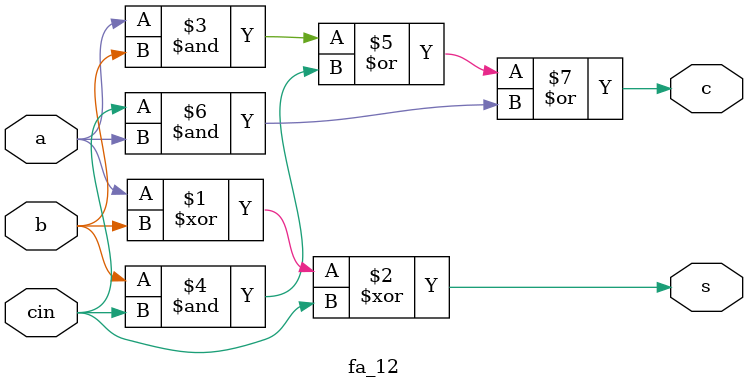
<source format=v>
`timescale 1ns / 1ps
module fa_12(
    input a,
    input b,
    input cin,
    output s,
    output c
    );
	 
	 assign s=a^b^cin;
	 assign c=(a&b)|(b&cin)|(cin&a);


endmodule

</source>
